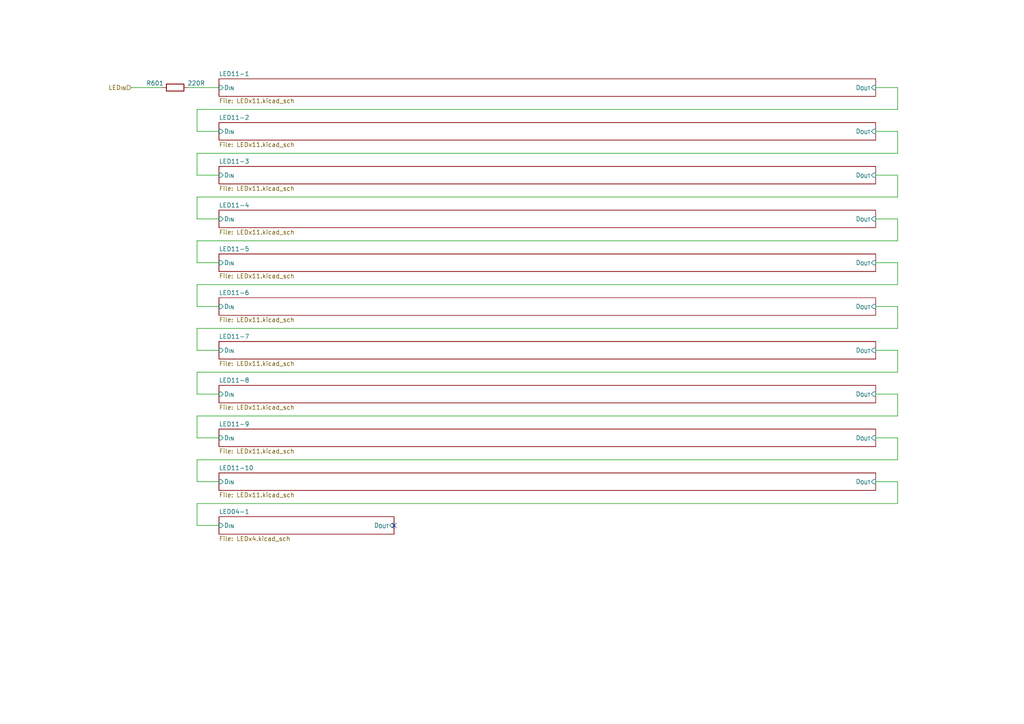
<source format=kicad_sch>
(kicad_sch (version 20231120) (generator "eeschema") (generator_version "8.0")
  (paper "A4")
  (title_block (title "Wordclock - LEDs") (date "2024-10-20") (rev "A") (company "ElektroNik Zoller") (comment 1 "Nikolai Zoller") (comment 4 "CERN-OHL-P"))
  (lib_symbols
    (symbol "Device:R" (pin_numbers hide) (pin_names (offset 0))
      (property "Reference" "R" (at 2.032 0 90))
      (property "Value" "R" (at 0 0 90))
      (symbol "R_0_1"
        (rectangle (start -1.016 -2.54) (end 1.016 2.54) (stroke (width 0.254)))
      )
      (symbol "R_1_1"
        (pin passive line (at 0 3.81 270) (length 1.27) (name "~") (number "1"))
        (pin passive line (at 0 -3.81 90) (length 1.27) (name "~") (number "2"))
      )
    )
  )
  (no_connect (at 114.3 152.4))
  (wire (pts (xy 260.35 133.35) (xy 57.15 133.35)))
  (wire (pts (xy 57.15 95.25) (xy 57.15 101.6)))
  (wire (pts (xy 57.15 76.2) (xy 63.5 76.2)))
  (wire (pts (xy 260.35 95.25) (xy 57.15 95.25)))
  (wire (pts (xy 254 50.8) (xy 260.35 50.8)))
  (wire (pts (xy 254 38.1) (xy 260.35 38.1)))
  (wire (pts (xy 260.35 120.65) (xy 57.15 120.65)))
  (wire (pts (xy 57.15 44.45) (xy 57.15 50.8)))
  (wire (pts (xy 57.15 152.4) (xy 63.5 152.4)))
  (wire (pts (xy 57.15 114.3) (xy 63.5 114.3)))
  (wire (pts (xy 57.15 146.05) (xy 57.15 152.4)))
  (wire (pts (xy 260.35 50.8) (xy 260.35 57.15)))
  (wire (pts (xy 260.35 69.85) (xy 57.15 69.85)))
  (wire (pts (xy 57.15 107.95) (xy 57.15 114.3)))
  (wire (pts (xy 254 139.7) (xy 260.35 139.7)))
  (wire (pts (xy 57.15 57.15) (xy 57.15 63.5)))
  (wire (pts (xy 260.35 57.15) (xy 57.15 57.15)))
  (wire (pts (xy 254 25.4) (xy 260.35 25.4)))
  (wire (pts (xy 254 114.3) (xy 260.35 114.3)))
  (wire (pts (xy 254 101.6) (xy 260.35 101.6)))
  (wire (pts (xy 57.15 101.6) (xy 63.5 101.6)))
  (wire (pts (xy 57.15 139.7) (xy 63.5 139.7)))
  (wire (pts (xy 57.15 127) (xy 63.5 127)))
  (wire (pts (xy 260.35 44.45) (xy 57.15 44.45)))
  (wire (pts (xy 57.15 31.75) (xy 57.15 38.1)))
  (wire (pts (xy 254 88.9) (xy 260.35 88.9)))
  (wire (pts (xy 260.35 107.95) (xy 57.15 107.95)))
  (wire (pts (xy 57.15 38.1) (xy 63.5 38.1)))
  (wire (pts (xy 260.35 25.4) (xy 260.35 31.75)))
  (wire (pts (xy 57.15 82.55) (xy 57.15 88.9)))
  (wire (pts (xy 260.35 82.55) (xy 57.15 82.55)))
  (wire (pts (xy 38.1 25.4) (xy 46.99 25.4)))
  (wire (pts (xy 54.61 25.4) (xy 63.5 25.4)))
  (wire (pts (xy 57.15 133.35) (xy 57.15 139.7)))
  (wire (pts (xy 57.15 50.8) (xy 63.5 50.8)))
  (wire (pts (xy 260.35 139.7) (xy 260.35 146.05)))
  (wire (pts (xy 57.15 63.5) (xy 63.5 63.5)))
  (wire (pts (xy 57.15 120.65) (xy 57.15 127)))
  (wire (pts (xy 260.35 146.05) (xy 57.15 146.05)))
  (wire (pts (xy 260.35 76.2) (xy 260.35 82.55)))
  (wire (pts (xy 254 76.2) (xy 260.35 76.2)))
  (wire (pts (xy 260.35 63.5) (xy 260.35 69.85)))
  (wire (pts (xy 254 63.5) (xy 260.35 63.5)))
  (wire (pts (xy 57.15 88.9) (xy 63.5 88.9)))
  (wire (pts (xy 260.35 101.6) (xy 260.35 107.95)))
  (wire (pts (xy 260.35 31.75) (xy 57.15 31.75)))
  (wire (pts (xy 254 127) (xy 260.35 127)))
  (wire (pts (xy 260.35 114.3) (xy 260.35 120.65)))
  (wire (pts (xy 260.35 88.9) (xy 260.35 95.25)))
  (wire (pts (xy 260.35 127) (xy 260.35 133.35)))
  (wire (pts (xy 57.15 69.85) (xy 57.15 76.2)))
  (wire (pts (xy 260.35 38.1) (xy 260.35 44.45)))
  (hierarchical_label "LED_{IN}" (shape input) (at 38.1 25.4 180))
  (symbol (lib_id "Device:R") (at 50.8 25.4 270) (unit 1)
    (property "Reference" "R601" (at 47.498 24.13 90) (effects (justify right)))
    (property "Value" "220R" (at 54.356 24.13 90) (effects (justify left)))
    (property "Description" "Resistor" (effects (hide yes)))
  )
  (sheet (at 63.5 22.86) (size 190.5 5.08) (stroke (width 0.1524))
    (property "Sheetname" "LED11-1" (at 63.5 22.1484 0) (effects (justify left bottom)))
    (property "Sheetfile" "LEDx11.kicad_sch" (at 63.5 28.5246 0) (effects (justify left top)))
    (pin "D_{IN}" input (at 63.5 25.4 180))
    (pin "D_{OUT}" input (at 254 25.4 0))
  )
  (sheet (at 63.5 35.56) (size 190.5 5.08) (stroke (width 0.1524))
    (property "Sheetname" "LED11-2" (at 63.5 34.8484 0) (effects (justify left bottom)))
    (property "Sheetfile" "LEDx11.kicad_sch" (at 63.5 41.2246 0) (effects (justify left top)))
    (pin "D_{IN}" input (at 63.5 38.1 180))
    (pin "D_{OUT}" input (at 254 38.1 0))
  )
  (sheet (at 63.5 99.06) (size 190.5 5.08) (stroke (width 0.1524))
    (property "Sheetname" "LED11-7" (at 63.5 98.3484 0) (effects (justify left bottom)))
    (property "Sheetfile" "LEDx11.kicad_sch" (at 63.5 104.7246 0) (effects (justify left top)))
    (pin "D_{IN}" input (at 63.5 101.6 180))
    (pin "D_{OUT}" input (at 254 101.6 0))
  )
  (sheet (at 63.5 48.26) (size 190.5 5.08) (stroke (width 0.1524))
    (property "Sheetname" "LED11-3" (at 63.5 47.5484 0) (effects (justify left bottom)))
    (property "Sheetfile" "LEDx11.kicad_sch" (at 63.5 53.9246 0) (effects (justify left top)))
    (pin "D_{IN}" input (at 63.5 50.8 180))
    (pin "D_{OUT}" input (at 254 50.8 0))
  )
  (sheet (at 63.5 86.36) (size 190.5 5.08) (stroke (width 0.1524))
    (property "Sheetname" "LED11-6" (at 63.5 85.6484 0) (effects (justify left bottom)))
    (property "Sheetfile" "LEDx11.kicad_sch" (at 63.5 92.0246 0) (effects (justify left top)))
    (pin "D_{IN}" input (at 63.5 88.9 180))
    (pin "D_{OUT}" input (at 254 88.9 0))
  )
  (sheet (at 63.5 73.66) (size 190.5 5.08) (stroke (width 0.1524))
    (property "Sheetname" "LED11-5" (at 63.5 72.9484 0) (effects (justify left bottom)))
    (property "Sheetfile" "LEDx11.kicad_sch" (at 63.5 79.3246 0) (effects (justify left top)))
    (pin "D_{IN}" input (at 63.5 76.2 180))
    (pin "D_{OUT}" input (at 254 76.2 0))
  )
  (sheet (at 63.5 111.76) (size 190.5 5.08) (stroke (width 0.1524))
    (property "Sheetname" "LED11-8" (at 63.5 111.0484 0) (effects (justify left bottom)))
    (property "Sheetfile" "LEDx11.kicad_sch" (at 63.5 117.4246 0) (effects (justify left top)))
    (pin "D_{IN}" input (at 63.5 114.3 180))
    (pin "D_{OUT}" input (at 254 114.3 0))
  )
  (sheet (at 63.5 149.86) (size 50.8 5.08) (stroke (width 0.1524))
    (property "Sheetname" "LED04-1" (at 63.5 149.1484 0) (effects (justify left bottom)))
    (property "Sheetfile" "LEDx4.kicad_sch" (at 63.5 155.5246 0) (effects (justify left top)))
    (pin "D_{OUT}" input (at 114.3 152.4 0))
    (pin "D_{IN}" input (at 63.5 152.4 180))
  )
  (sheet (at 63.5 124.46) (size 190.5 5.08) (stroke (width 0.1524))
    (property "Sheetname" "LED11-9" (at 63.5 123.7484 0) (effects (justify left bottom)))
    (property "Sheetfile" "LEDx11.kicad_sch" (at 63.5 130.1246 0) (effects (justify left top)))
    (pin "D_{IN}" input (at 63.5 127 180))
    (pin "D_{OUT}" input (at 254 127 0))
  )
  (sheet (at 63.5 137.16) (size 190.5 5.08) (stroke (width 0.1524))
    (property "Sheetname" "LED11-10" (at 63.5 136.4484 0) (effects (justify left bottom)))
    (property "Sheetfile" "LEDx11.kicad_sch" (at 63.5 142.8246 0) (effects (justify left top)))
    (pin "D_{IN}" input (at 63.5 139.7 180))
    (pin "D_{OUT}" input (at 254 139.7 0))
  )
  (sheet (at 63.5 60.96) (size 190.5 5.08) (stroke (width 0.1524))
    (property "Sheetname" "LED11-4" (at 63.5 60.2484 0) (effects (justify left bottom)))
    (property "Sheetfile" "LEDx11.kicad_sch" (at 63.5 66.6246 0) (effects (justify left top)))
    (pin "D_{IN}" input (at 63.5 63.5 180))
    (pin "D_{OUT}" input (at 254 63.5 0))
  )
)
</source>
